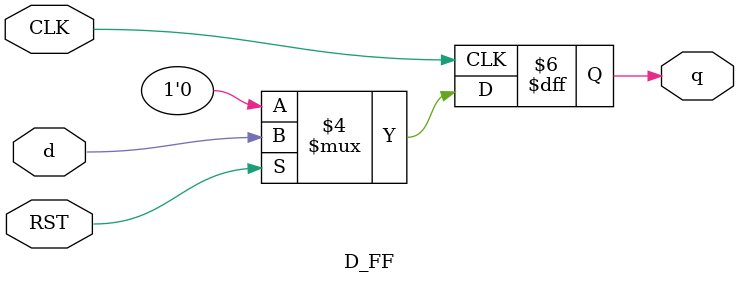
<source format=v>

module D_FF (q, d, CLK, RST);
    output q;
    input d, CLK, RST;
    
    reg q;

    always @(posedge CLK)
    begin
        if (~RST) // low
            q = 1'b0;
        else
            q = d;
    end
    
endmodule

</source>
